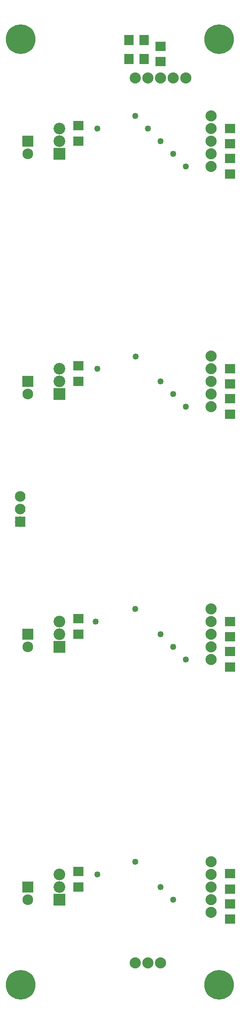
<source format=gts>
G04 MADE WITH FRITZING*
G04 WWW.FRITZING.ORG*
G04 DOUBLE SIDED*
G04 HOLES PLATED*
G04 CONTOUR ON CENTER OF CONTOUR VECTOR*
%ASAXBY*%
%FSLAX23Y23*%
%MOIN*%
%OFA0B0*%
%SFA1.0B1.0*%
%ADD10C,0.088000*%
%ADD11C,0.049370*%
%ADD12C,0.085000*%
%ADD13C,0.234409*%
%ADD14C,0.092000*%
%ADD15C,0.084000*%
%ADD16R,0.072992X0.084803*%
%ADD17R,0.084803X0.072992*%
%ADD18R,0.085000X0.085000*%
%ADD19R,0.092000X0.092000*%
%ADD20R,0.084000X0.084000*%
%LNMASK1*%
G90*
G70*
G54D10*
X1708Y1171D03*
X1708Y1071D03*
X1708Y971D03*
X1708Y871D03*
X1708Y771D03*
X1708Y3171D03*
X1708Y3071D03*
X1708Y2971D03*
X1708Y2871D03*
X1708Y2771D03*
X1708Y5171D03*
X1708Y5071D03*
X1708Y4971D03*
X1708Y4871D03*
X1708Y4771D03*
X1108Y7371D03*
X1208Y7371D03*
X1308Y7371D03*
X1408Y7371D03*
X1508Y7371D03*
X1708Y7071D03*
X1708Y6971D03*
X1708Y6871D03*
X1708Y6771D03*
X1708Y6671D03*
G54D11*
X1208Y6971D03*
X1508Y6671D03*
X1408Y6771D03*
X1308Y6871D03*
X1508Y4771D03*
X1408Y4871D03*
X1308Y4971D03*
X808Y5071D03*
X1112Y5167D03*
X1108Y7071D03*
X808Y6971D03*
G54D12*
X258Y971D03*
X258Y871D03*
X258Y2971D03*
X258Y2871D03*
X258Y4971D03*
X258Y4871D03*
X258Y6871D03*
X258Y6771D03*
G54D13*
X1773Y7678D03*
X202Y7677D03*
X202Y197D03*
X1773Y197D03*
G54D14*
X508Y871D03*
X508Y971D03*
X508Y1071D03*
X508Y2871D03*
X508Y2971D03*
X508Y3071D03*
X508Y4871D03*
X508Y4971D03*
X508Y5071D03*
X508Y6771D03*
X508Y6871D03*
X508Y6971D03*
G54D15*
X198Y3861D03*
X198Y3961D03*
X198Y4061D03*
G54D10*
X1308Y371D03*
X1208Y371D03*
X1108Y371D03*
G54D11*
X1508Y2771D03*
X1408Y2871D03*
X1308Y2971D03*
X1108Y3171D03*
X797Y3071D03*
X1108Y1171D03*
X1308Y971D03*
X1408Y871D03*
X808Y1071D03*
G54D16*
X1058Y7521D03*
X1180Y7521D03*
G54D17*
X1308Y7621D03*
X1308Y7499D03*
X1858Y6610D03*
X1858Y6732D03*
X1858Y4710D03*
X1858Y4832D03*
G54D16*
X1058Y7671D03*
X1180Y7671D03*
G54D18*
X258Y971D03*
X258Y2971D03*
X258Y4971D03*
X258Y6871D03*
G54D17*
X658Y971D03*
X658Y1093D03*
X658Y2971D03*
X658Y3093D03*
X658Y4971D03*
X658Y5093D03*
X658Y6871D03*
X658Y6993D03*
X1858Y954D03*
X1858Y1076D03*
X1858Y2949D03*
X1858Y3071D03*
X1858Y4949D03*
X1858Y5071D03*
X1858Y6849D03*
X1858Y6971D03*
G54D19*
X508Y871D03*
X508Y2871D03*
X508Y4871D03*
X508Y6771D03*
G54D20*
X198Y3861D03*
G54D17*
X1858Y2710D03*
X1858Y2832D03*
X1858Y716D03*
X1858Y838D03*
G04 End of Mask1*
M02*
</source>
